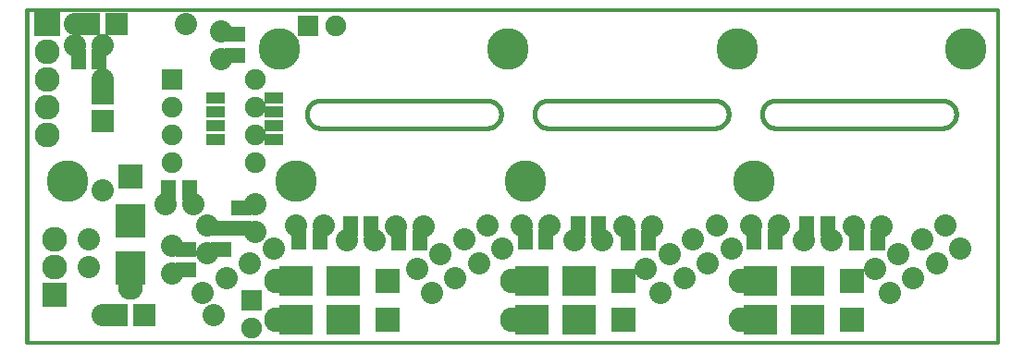
<source format=gts>
G04 (created by PCBNEW-RS274X (20100406 SVN-R2508)-final) date 6/3/2010 10:00:35 PM*
G01*
G70*
G90*
%MOIN*%
G04 Gerber Fmt 3.4, Leading zero omitted, Abs format*
%FSLAX34Y34*%
G04 APERTURE LIST*
%ADD10C,0.006000*%
%ADD11C,0.012000*%
%ADD12C,0.015000*%
%ADD13C,0.090000*%
%ADD14R,0.090000X0.090000*%
%ADD15R,0.110600X0.118400*%
%ADD16R,0.118400X0.110600*%
%ADD17C,0.080000*%
%ADD18R,0.080000X0.080000*%
%ADD19C,0.150000*%
%ADD20R,0.075000X0.055000*%
%ADD21R,0.055000X0.075000*%
%ADD22R,0.095000X0.090000*%
%ADD23R,0.075000X0.075000*%
%ADD24C,0.075000*%
%ADD25R,0.065000X0.040000*%
G04 APERTURE END LIST*
G54D10*
G54D11*
X56000Y-43250D02*
X21000Y-43250D01*
X56000Y-55250D02*
X56000Y-43250D01*
X21000Y-55250D02*
X56000Y-55250D01*
G54D12*
X54000Y-47500D02*
X54043Y-47498D01*
X54086Y-47492D01*
X54129Y-47482D01*
X54171Y-47469D01*
X54211Y-47453D01*
X54250Y-47433D01*
X54286Y-47409D01*
X54321Y-47383D01*
X54353Y-47353D01*
X54383Y-47321D01*
X54409Y-47286D01*
X54433Y-47249D01*
X54453Y-47211D01*
X54469Y-47171D01*
X54482Y-47129D01*
X54492Y-47086D01*
X54498Y-47043D01*
X54500Y-47000D01*
X21000Y-55200D02*
X21000Y-55000D01*
X54000Y-47500D02*
X48000Y-47500D01*
X31600Y-46500D02*
X31557Y-46502D01*
X31514Y-46508D01*
X31471Y-46518D01*
X31429Y-46531D01*
X31389Y-46547D01*
X31351Y-46567D01*
X31314Y-46591D01*
X31279Y-46617D01*
X31247Y-46647D01*
X31217Y-46679D01*
X31191Y-46714D01*
X31167Y-46751D01*
X31147Y-46789D01*
X31131Y-46829D01*
X31118Y-46871D01*
X31108Y-46914D01*
X31102Y-46957D01*
X31100Y-47000D01*
X31100Y-47000D02*
X31102Y-47043D01*
X31108Y-47086D01*
X31118Y-47129D01*
X31131Y-47171D01*
X31147Y-47211D01*
X31167Y-47249D01*
X31191Y-47286D01*
X31217Y-47321D01*
X31247Y-47353D01*
X31279Y-47383D01*
X31314Y-47409D01*
X31351Y-47433D01*
X31389Y-47453D01*
X31429Y-47469D01*
X31471Y-47482D01*
X31514Y-47492D01*
X31557Y-47498D01*
X31600Y-47500D01*
X37600Y-47500D02*
X37643Y-47498D01*
X37686Y-47492D01*
X37729Y-47482D01*
X37771Y-47469D01*
X37811Y-47453D01*
X37850Y-47433D01*
X37886Y-47409D01*
X37921Y-47383D01*
X37953Y-47353D01*
X37983Y-47321D01*
X38009Y-47286D01*
X38033Y-47249D01*
X38053Y-47211D01*
X38069Y-47171D01*
X38082Y-47129D01*
X38092Y-47086D01*
X38098Y-47043D01*
X38100Y-47000D01*
X38100Y-47000D02*
X38098Y-46957D01*
X38092Y-46914D01*
X38082Y-46871D01*
X38069Y-46829D01*
X38053Y-46789D01*
X38033Y-46751D01*
X38009Y-46714D01*
X37983Y-46679D01*
X37953Y-46647D01*
X37921Y-46617D01*
X37886Y-46591D01*
X37850Y-46567D01*
X37811Y-46547D01*
X37771Y-46531D01*
X37729Y-46518D01*
X37686Y-46508D01*
X37643Y-46502D01*
X37600Y-46500D01*
X39800Y-46500D02*
X39757Y-46502D01*
X39714Y-46508D01*
X39671Y-46518D01*
X39629Y-46531D01*
X39589Y-46547D01*
X39551Y-46567D01*
X39514Y-46591D01*
X39479Y-46617D01*
X39447Y-46647D01*
X39417Y-46679D01*
X39391Y-46714D01*
X39367Y-46751D01*
X39347Y-46789D01*
X39331Y-46829D01*
X39318Y-46871D01*
X39308Y-46914D01*
X39302Y-46957D01*
X39300Y-47000D01*
X39300Y-47000D02*
X39302Y-47043D01*
X39308Y-47086D01*
X39318Y-47129D01*
X39331Y-47171D01*
X39347Y-47211D01*
X39367Y-47249D01*
X39391Y-47286D01*
X39417Y-47321D01*
X39447Y-47353D01*
X39479Y-47383D01*
X39514Y-47409D01*
X39551Y-47433D01*
X39589Y-47453D01*
X39629Y-47469D01*
X39671Y-47482D01*
X39714Y-47492D01*
X39757Y-47498D01*
X39800Y-47500D01*
X45800Y-47500D02*
X45843Y-47498D01*
X45886Y-47492D01*
X45929Y-47482D01*
X45971Y-47469D01*
X46011Y-47453D01*
X46050Y-47433D01*
X46086Y-47409D01*
X46121Y-47383D01*
X46153Y-47353D01*
X46183Y-47321D01*
X46209Y-47286D01*
X46233Y-47249D01*
X46253Y-47211D01*
X46269Y-47171D01*
X46282Y-47129D01*
X46292Y-47086D01*
X46298Y-47043D01*
X46300Y-47000D01*
X46300Y-47000D02*
X46298Y-46957D01*
X46292Y-46914D01*
X46282Y-46871D01*
X46269Y-46829D01*
X46253Y-46789D01*
X46233Y-46751D01*
X46209Y-46714D01*
X46183Y-46679D01*
X46153Y-46647D01*
X46121Y-46617D01*
X46086Y-46591D01*
X46050Y-46567D01*
X46011Y-46547D01*
X45971Y-46531D01*
X45929Y-46518D01*
X45886Y-46508D01*
X45843Y-46502D01*
X45800Y-46500D01*
X48000Y-46500D02*
X47957Y-46502D01*
X47914Y-46508D01*
X47871Y-46518D01*
X47829Y-46531D01*
X47789Y-46547D01*
X47751Y-46567D01*
X47714Y-46591D01*
X47679Y-46617D01*
X47647Y-46647D01*
X47617Y-46679D01*
X47591Y-46714D01*
X47567Y-46751D01*
X47547Y-46789D01*
X47531Y-46829D01*
X47518Y-46871D01*
X47508Y-46914D01*
X47502Y-46957D01*
X47500Y-47000D01*
X47500Y-47000D02*
X47502Y-47043D01*
X47508Y-47086D01*
X47518Y-47129D01*
X47531Y-47171D01*
X47547Y-47211D01*
X47567Y-47249D01*
X47591Y-47286D01*
X47617Y-47321D01*
X47647Y-47353D01*
X47679Y-47383D01*
X47714Y-47409D01*
X47751Y-47433D01*
X47789Y-47453D01*
X47829Y-47469D01*
X47871Y-47482D01*
X47914Y-47492D01*
X47957Y-47498D01*
X48000Y-47500D01*
X54500Y-47000D02*
X54498Y-46957D01*
X54492Y-46914D01*
X54482Y-46871D01*
X54469Y-46829D01*
X54453Y-46789D01*
X54433Y-46751D01*
X54409Y-46714D01*
X54383Y-46679D01*
X54353Y-46647D01*
X54321Y-46617D01*
X54286Y-46591D01*
X54250Y-46567D01*
X54211Y-46547D01*
X54171Y-46531D01*
X54129Y-46518D01*
X54086Y-46508D01*
X54043Y-46502D01*
X54000Y-46500D01*
X31600Y-47500D02*
X37600Y-47500D01*
X37600Y-46500D02*
X31600Y-46500D01*
X39800Y-47500D02*
X45800Y-47500D01*
X45800Y-46500D02*
X39800Y-46500D01*
X54000Y-46500D02*
X48000Y-46500D01*
X21000Y-43250D02*
X21000Y-55000D01*
G54D13*
X24750Y-53250D03*
G54D14*
X24750Y-49250D03*
G54D15*
X24750Y-50850D03*
X24750Y-52550D03*
G54D13*
X46750Y-53000D03*
G54D14*
X50750Y-53000D03*
G54D16*
X49150Y-53000D03*
X47450Y-53000D03*
G54D13*
X46750Y-54400D03*
G54D14*
X50750Y-54400D03*
G54D16*
X49150Y-54400D03*
X47450Y-54400D03*
G54D13*
X38500Y-53000D03*
G54D14*
X42500Y-53000D03*
G54D16*
X40900Y-53000D03*
X39200Y-53000D03*
G54D13*
X38500Y-54400D03*
G54D14*
X42500Y-54400D03*
G54D16*
X40900Y-54400D03*
X39200Y-54400D03*
G54D13*
X30000Y-53000D03*
G54D14*
X34000Y-53000D03*
G54D16*
X32400Y-53000D03*
X30700Y-53000D03*
G54D13*
X30000Y-54400D03*
G54D14*
X34000Y-54400D03*
G54D16*
X32400Y-54400D03*
X30700Y-54400D03*
G54D17*
X23750Y-54250D03*
X27750Y-54250D03*
G54D18*
X25250Y-54250D03*
X24250Y-54250D03*
G54D17*
X23750Y-45750D03*
X23750Y-49750D03*
G54D18*
X23750Y-47250D03*
X23750Y-46250D03*
G54D17*
X22750Y-43750D03*
X26750Y-43750D03*
G54D18*
X24250Y-43750D03*
X23250Y-43750D03*
G54D17*
X37300Y-52375D03*
X36452Y-52905D03*
X35604Y-53435D03*
X38148Y-51845D03*
G54D19*
X38361Y-44637D03*
X30729Y-49407D03*
G54D17*
X45550Y-52375D03*
X44702Y-52905D03*
X43854Y-53435D03*
X46398Y-51845D03*
G54D19*
X46611Y-44637D03*
X38979Y-49407D03*
G54D17*
X53800Y-52375D03*
X52952Y-52905D03*
X52104Y-53435D03*
X54648Y-51845D03*
G54D19*
X54861Y-44637D03*
X47229Y-49407D03*
G54D17*
X29050Y-52375D03*
X28202Y-52905D03*
X27354Y-53435D03*
X29898Y-51845D03*
G54D19*
X30111Y-44637D03*
X22479Y-49407D03*
G54D17*
X53270Y-51527D03*
X52422Y-52057D03*
X51574Y-52587D03*
X54118Y-50997D03*
G54D19*
X54861Y-44637D03*
X47229Y-49407D03*
G54D17*
X45020Y-51527D03*
X44172Y-52057D03*
X43324Y-52587D03*
X45868Y-50997D03*
G54D19*
X46611Y-44637D03*
X38979Y-49407D03*
G54D17*
X36770Y-51527D03*
X35922Y-52057D03*
X35074Y-52587D03*
X37618Y-50997D03*
G54D19*
X38361Y-44637D03*
X30729Y-49407D03*
G54D20*
X28750Y-51125D03*
X28750Y-50375D03*
G54D17*
X29250Y-51250D03*
X29250Y-50250D03*
G54D21*
X51675Y-51550D03*
X50925Y-51550D03*
G54D17*
X51800Y-51050D03*
X50800Y-51050D03*
G54D21*
X32675Y-51050D03*
X33425Y-51050D03*
G54D17*
X32550Y-51550D03*
X33550Y-51550D03*
G54D21*
X39725Y-51500D03*
X38975Y-51500D03*
G54D17*
X39850Y-51000D03*
X38850Y-51000D03*
G54D21*
X31575Y-51500D03*
X30825Y-51500D03*
G54D17*
X31700Y-51000D03*
X30700Y-51000D03*
G54D21*
X40875Y-51050D03*
X41625Y-51050D03*
G54D17*
X40750Y-51550D03*
X41750Y-51550D03*
G54D21*
X43425Y-51550D03*
X42675Y-51550D03*
G54D17*
X43550Y-51050D03*
X42550Y-51050D03*
G54D21*
X35175Y-51550D03*
X34425Y-51550D03*
G54D17*
X35300Y-51050D03*
X34300Y-51050D03*
G54D22*
X21750Y-43750D03*
G54D13*
X21750Y-44750D03*
X21750Y-45740D03*
X21750Y-46760D03*
X21750Y-47750D03*
G54D21*
X47975Y-51500D03*
X47225Y-51500D03*
G54D17*
X48100Y-51000D03*
X47100Y-51000D03*
G54D20*
X26750Y-51875D03*
X26750Y-52625D03*
G54D17*
X26250Y-51750D03*
X26250Y-52750D03*
X23250Y-52500D03*
X23250Y-51500D03*
G54D21*
X23625Y-45000D03*
X22875Y-45000D03*
G54D17*
X23750Y-44500D03*
X22750Y-44500D03*
X26000Y-50250D03*
X27000Y-50250D03*
G54D21*
X26125Y-49750D03*
X26875Y-49750D03*
G54D17*
X26000Y-50250D03*
X27000Y-50250D03*
X28000Y-44000D03*
X28000Y-45000D03*
G54D20*
X28500Y-44125D03*
X28500Y-44875D03*
G54D17*
X28000Y-44000D03*
X28000Y-45000D03*
G54D20*
X28000Y-51125D03*
X28000Y-51875D03*
G54D17*
X27500Y-51000D03*
X27500Y-52000D03*
G54D21*
X49125Y-51050D03*
X49875Y-51050D03*
G54D17*
X49000Y-51550D03*
X50000Y-51550D03*
G54D23*
X26250Y-45750D03*
G54D24*
X26250Y-46750D03*
X26250Y-47750D03*
X26250Y-48750D03*
X29250Y-48750D03*
X29250Y-47750D03*
X29250Y-46750D03*
X29250Y-45750D03*
G54D13*
X22000Y-51500D03*
X22000Y-52500D03*
G54D14*
X22000Y-53500D03*
G54D25*
X29900Y-46400D03*
X27800Y-46400D03*
X29900Y-46900D03*
X29900Y-47400D03*
X29900Y-47900D03*
X27800Y-46900D03*
X27800Y-47400D03*
X27800Y-47900D03*
G54D23*
X31150Y-43800D03*
G54D24*
X32150Y-43800D03*
G54D23*
X29100Y-53700D03*
G54D24*
X29100Y-54700D03*
M02*

</source>
